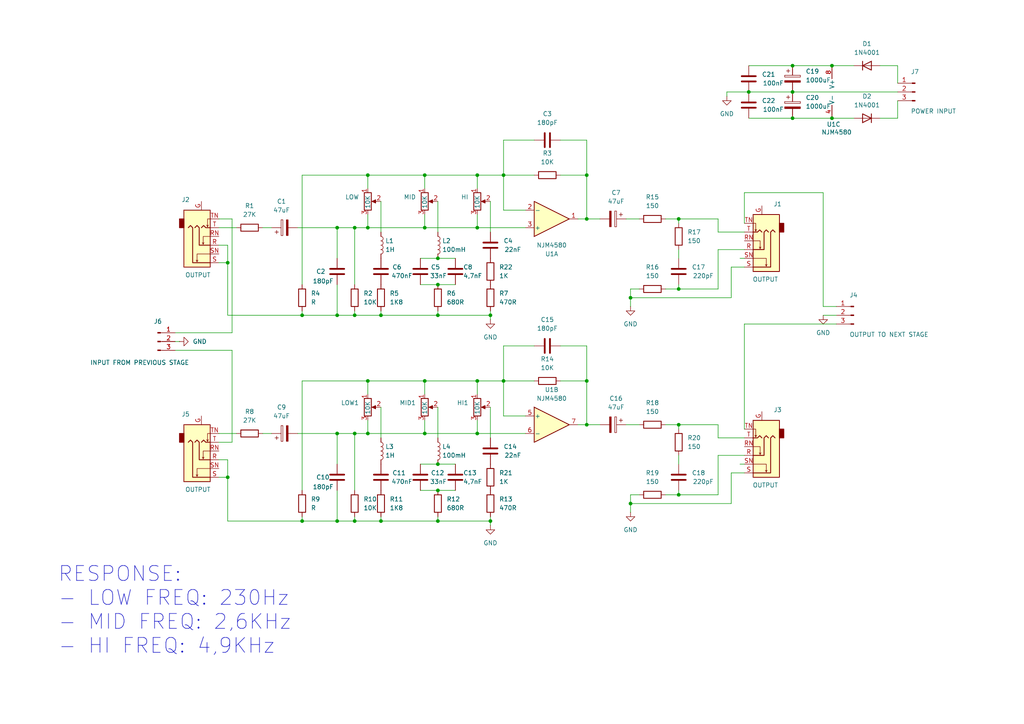
<source format=kicad_sch>
(kicad_sch (version 20231120) (generator "eeschema") (generator_version "8.0")
  (paper "A4")
  (lib_symbols
    (symbol "Amplifier_Operational:NJM4580" (pin_names (offset 0.127))
      (property "Reference" "U" (at 0 5.08 0))
      (property "Value" "NJM4580" (at 0 -5.08 0))
      (symbol "NJM4580_1_1"
        (polyline (pts (xy -5.08 5.08) (xy 5.08 0) (xy -5.08 -5.08) (xy -5.08 5.08)) (stroke (width 0.254)) (fill (type background)))
        (pin output line (at 7.62 0 180) (length 2.54) (name "~") (number "1"))
        (pin input line (at -7.62 -2.54 0) (length 2.54) (name "-") (number "2"))
        (pin input line (at -7.62 2.54 0) (length 2.54) (name "+") (number "3"))
      )
      (symbol "NJM4580_2_1"
        (polyline (pts (xy -5.08 5.08) (xy 5.08 0) (xy -5.08 -5.08) (xy -5.08 5.08)) (stroke (width 0.254)) (fill (type background)))
        (pin input line (at -7.62 2.54 0) (length 2.54) (name "+") (number "5"))
        (pin input line (at -7.62 -2.54 0) (length 2.54) (name "-") (number "6"))
        (pin output line (at 7.62 0 180) (length 2.54) (name "~") (number "7"))
      )
      (symbol "NJM4580_3_1"
        (pin power_in line (at -2.54 -7.62 90) (length 3.81) (name "V-") (number "4"))
        (pin power_in line (at -2.54 7.62 270) (length 3.81) (name "V+") (number "8"))
      )
    )
    (symbol "Connector:Conn_01x03_Pin" (pin_names (offset 1.016) hide)
      (property "Reference" "J" (at 0 5.08 0))
      (property "Value" "Conn_01x03_Pin" (at 0 -5.08 0))
      (symbol "Conn_01x03_Pin_1_1"
        (polyline (pts (xy 1.27 -2.54) (xy 0.8636 -2.54)) (stroke (width 0.1524)))
        (polyline (pts (xy 1.27 0) (xy 0.8636 0)) (stroke (width 0.1524)))
        (polyline (pts (xy 1.27 2.54) (xy 0.8636 2.54)) (stroke (width 0.1524)))
        (rectangle (start 0.8636 -2.413) (end 0 -2.667) (stroke (width 0.1524)) (fill (type outline)))
        (rectangle (start 0.8636 0.127) (end 0 -0.127) (stroke (width 0.1524)) (fill (type outline)))
        (rectangle (start 0.8636 2.667) (end 0 2.413) (stroke (width 0.1524)) (fill (type outline)))
        (pin passive line (at 5.08 2.54 180) (length 3.81) (name "Pin_1") (number "1"))
        (pin passive line (at 5.08 0 180) (length 3.81) (name "Pin_2") (number "2"))
        (pin passive line (at 5.08 -2.54 180) (length 3.81) (name "Pin_3") (number "3"))
      )
    )
    (symbol "Connector_Audio:AudioJack3_Ground_Switch"
      (property "Reference" "J" (at 0 11.43 0))
      (property "Value" "AudioJack3_Ground_Switch" (at 0 8.89 0))
      (symbol "AudioJack3_Ground_Switch_0_1"
        (rectangle (start -5.08 -5.08) (end -6.35 -7.62) (stroke (width 0.254)) (fill (type outline)))
        (rectangle (start 2.54 6.35) (end -5.08 -10.16) (stroke (width 0.254)) (fill (type background)))
      )
      (symbol "AudioJack3_Ground_Switch_1_1"
        (polyline (pts (xy -1.27 4.826) (xy -1.016 4.318)))
        (polyline (pts (xy 0.508 -0.254) (xy 0.762 -0.762)))
        (polyline (pts (xy 1.778 -5.334) (xy 2.032 -5.842)))
        (polyline (pts (xy 0 -5.08) (xy 0.635 -5.715) (xy 1.27 -5.08) (xy 2.54 -5.08)) (stroke (width 0.254)))
        (polyline (pts (xy 2.54 -7.62) (xy 1.778 -7.62) (xy 1.778 -5.334) (xy 1.524 -5.842)))
        (polyline (pts (xy 2.54 -2.54) (xy 0.508 -2.54) (xy 0.508 -0.254) (xy 0.254 -0.762)))
        (polyline (pts (xy 2.54 2.54) (xy -1.27 2.54) (xy -1.27 4.826) (xy -1.524 4.318)))
        (polyline (pts (xy -1.905 -5.08) (xy -1.27 -5.715) (xy -0.635 -5.08) (xy -0.635 0) (xy 2.54 0)) (stroke (width 0.254)))
        (polyline (pts (xy 2.54 5.08) (xy -2.54 5.08) (xy -2.54 -5.08) (xy -3.175 -5.715) (xy -3.81 -5.08)) (stroke (width 0.254)))
        (pin passive line (at 0 -12.7 90) (length 2.54) (name "~") (number "G"))
        (pin passive line (at 5.08 0 180) (length 2.54) (name "~") (number "R"))
        (pin passive line (at 5.08 -2.54 180) (length 2.54) (name "~") (number "RN"))
        (pin passive line (at 5.08 5.08 180) (length 2.54) (name "~") (number "S"))
        (pin passive line (at 5.08 2.54 180) (length 2.54) (name "~") (number "SN"))
        (pin passive line (at 5.08 -5.08 180) (length 2.54) (name "~") (number "T"))
        (pin passive line (at 5.08 -7.62 180) (length 2.54) (name "~") (number "TN"))
      )
    )
    (symbol "Device:C" (pin_numbers hide) (pin_names (offset 0.254))
      (property "Reference" "C" (at 0.635 2.54 0))
      (property "Value" "C" (at 0.635 -2.54 0))
      (symbol "C_0_1"
        (polyline (pts (xy -2.032 -0.762) (xy 2.032 -0.762)) (stroke (width 0.508)))
        (polyline (pts (xy -2.032 0.762) (xy 2.032 0.762)) (stroke (width 0.508)))
      )
      (symbol "C_1_1"
        (pin passive line (at 0 3.81 270) (length 2.794) (name "~") (number "1"))
        (pin passive line (at 0 -3.81 90) (length 2.794) (name "~") (number "2"))
      )
    )
    (symbol "Device:C_Polarized" (pin_numbers hide) (pin_names (offset 0.254))
      (property "Reference" "C" (at 0.635 2.54 0))
      (property "Value" "C_Polarized" (at 0.635 -2.54 0))
      (symbol "C_Polarized_0_1"
        (rectangle (start -2.286 0.508) (end 2.286 1.016))
        (polyline (pts (xy -1.778 2.286) (xy -0.762 2.286)))
        (polyline (pts (xy -1.27 2.794) (xy -1.27 1.778)))
        (rectangle (start 2.286 -0.508) (end -2.286 -1.016) (fill (type outline)))
      )
      (symbol "C_Polarized_1_1"
        (pin passive line (at 0 3.81 270) (length 2.794) (name "~") (number "1"))
        (pin passive line (at 0 -3.81 90) (length 2.794) (name "~") (number "2"))
      )
    )
    (symbol "Device:L" (pin_numbers hide) (pin_names (offset 1.016) hide)
      (property "Reference" "L" (at -1.27 0 90))
      (property "Value" "L" (at 1.905 0 90))
      (symbol "L_0_1"
        (arc (start 0 -2.54) (mid 0.6323 -1.905) (end 0 -1.27))
        (arc (start 0 -1.27) (mid 0.6323 -0.635) (end 0 0))
        (arc (start 0 0) (mid 0.6323 0.635) (end 0 1.27))
        (arc (start 0 1.27) (mid 0.6323 1.905) (end 0 2.54))
      )
      (symbol "L_1_1"
        (pin passive line (at 0 3.81 270) (length 1.27) (name "1") (number "1"))
        (pin passive line (at 0 -3.81 90) (length 1.27) (name "2") (number "2"))
      )
    )
    (symbol "Device:R" (pin_numbers hide) (pin_names (offset 0))
      (property "Reference" "R" (at 2.032 0 90))
      (property "Value" "R" (at 0 0 90))
      (symbol "R_0_1"
        (rectangle (start -1.016 -2.54) (end 1.016 2.54) (stroke (width 0.254)))
      )
      (symbol "R_1_1"
        (pin passive line (at 0 3.81 270) (length 1.27) (name "~") (number "1"))
        (pin passive line (at 0 -3.81 90) (length 1.27) (name "~") (number "2"))
      )
    )
    (symbol "Device:R_Potentiometer" (pin_names (offset 1.016) hide)
      (property "Reference" "RV" (at -4.445 0 90))
      (property "Value" "R_Potentiometer" (at -2.54 0 90))
      (symbol "R_Potentiometer_0_1"
        (polyline (pts (xy 2.54 0) (xy 1.524 0)))
        (polyline (pts (xy 1.143 0) (xy 2.286 0.508) (xy 2.286 -0.508) (xy 1.143 0)) (fill (type outline)))
        (rectangle (start 1.016 2.54) (end -1.016 -2.54) (stroke (width 0.254)))
      )
      (symbol "R_Potentiometer_1_1"
        (pin passive line (at 0 3.81 270) (length 1.27) (name "1") (number "1"))
        (pin passive line (at 3.81 0 180) (length 1.27) (name "2") (number "2"))
        (pin passive line (at 0 -3.81 90) (length 1.27) (name "3") (number "3"))
      )
    )
    (symbol "Diode:1N4001" (pin_numbers hide) (pin_names hide)
      (property "Reference" "D" (at 0 2.54 0))
      (property "Value" "1N4001" (at 0 -2.54 0))
      (symbol "1N4001_0_1"
        (polyline (pts (xy -1.27 1.27) (xy -1.27 -1.27)) (stroke (width 0.254)))
        (polyline (pts (xy 1.27 0) (xy -1.27 0)))
        (polyline (pts (xy 1.27 1.27) (xy 1.27 -1.27) (xy -1.27 0) (xy 1.27 1.27)) (stroke (width 0.254)))
      )
      (symbol "1N4001_1_1"
        (pin passive line (at -3.81 0 0) (length 2.54) (name "K") (number "1"))
        (pin passive line (at 3.81 0 180) (length 2.54) (name "A") (number "2"))
      )
    )
    (symbol "power:GND" (power) (pin_numbers hide) (pin_names (offset 0) hide)
      (property "Value" "GND" (at 0 -3.81 0))
      (symbol "GND_0_1"
        (polyline (pts (xy 0 0) (xy 0 -1.27) (xy 1.27 -1.27) (xy 0 -2.54) (xy -1.27 -1.27) (xy 0 -1.27)))
      )
      (symbol "GND_1_1"
        (pin power_in line (at 0 0 270) (length 0) (name "~") (number "1"))
      )
    )
  )
  (junction (at 196.85 83.82))
  (junction (at 138.43 110.49))
  (junction (at 241.3 34.29))
  (junction (at 182.88 86.36))
  (junction (at 170.18 110.49))
  (junction (at 110.49 151.13))
  (junction (at 97.79 125.73))
  (junction (at 97.79 151.13))
  (junction (at 106.68 50.8))
  (junction (at 142.24 91.44))
  (junction (at 106.68 125.73))
  (junction (at 127 74.93))
  (junction (at 87.63 151.13))
  (junction (at 127 82.55))
  (junction (at 106.68 66.04))
  (junction (at 123.19 50.8))
  (junction (at 217.17 26.67))
  (junction (at 196.85 63.5))
  (junction (at 241.3 19.05))
  (junction (at 127 151.13))
  (junction (at 66.04 138.43))
  (junction (at 229.87 26.67))
  (junction (at 97.79 66.04))
  (junction (at 170.18 63.5))
  (junction (at 229.87 34.29))
  (junction (at 138.43 66.04))
  (junction (at 106.68 110.49))
  (junction (at 123.19 110.49))
  (junction (at 182.88 146.05))
  (junction (at 97.79 91.44))
  (junction (at 127 142.24))
  (junction (at 138.43 50.8))
  (junction (at 102.87 125.73))
  (junction (at 102.87 151.13))
  (junction (at 102.87 66.04))
  (junction (at 123.19 125.73))
  (junction (at 146.05 110.49))
  (junction (at 66.04 76.2))
  (junction (at 142.24 151.13))
  (junction (at 127 134.62))
  (junction (at 138.43 125.73))
  (junction (at 170.18 50.8))
  (junction (at 196.85 123.19))
  (junction (at 102.87 91.44))
  (junction (at 170.18 123.19))
  (junction (at 110.49 91.44))
  (junction (at 127 91.44))
  (junction (at 146.05 50.8))
  (junction (at 87.63 91.44))
  (junction (at 123.19 66.04))
  (junction (at 196.85 143.51))
  (junction (at 229.87 19.05))
  (wire (pts (xy 97.79 151.13) (xy 102.87 151.13)))
  (wire (pts (xy 127 58.42) (xy 127 67.31)))
  (wire (pts (xy 110.49 118.11) (xy 110.49 127)))
  (wire (pts (xy 87.63 82.55) (xy 87.63 50.8)))
  (wire (pts (xy 170.18 63.5) (xy 170.18 50.8)))
  (wire (pts (xy 121.92 142.24) (xy 127 142.24)))
  (wire (pts (xy 127 74.93) (xy 132.08 74.93)))
  (wire (pts (xy 208.28 123.19) (xy 196.85 123.19)))
  (wire (pts (xy 170.18 40.64) (xy 170.18 50.8)))
  (wire (pts (xy 208.28 63.5) (xy 196.85 63.5)))
  (wire (pts (xy 142.24 151.13) (xy 142.24 152.4)))
  (wire (pts (xy 185.42 143.51) (xy 182.88 143.51)))
  (wire (pts (xy 142.24 90.17) (xy 142.24 91.44)))
  (wire (pts (xy 102.87 125.73) (xy 97.79 125.73)))
  (wire (pts (xy 208.28 143.51) (xy 196.85 143.51)))
  (wire (pts (xy 196.85 123.19) (xy 196.85 124.46)))
  (wire (pts (xy 162.56 40.64) (xy 170.18 40.64)))
  (wire (pts (xy 66.04 151.13) (xy 87.63 151.13)))
  (wire (pts (xy 212.09 137.16) (xy 212.09 146.05)))
  (wire (pts (xy 138.43 50.8) (xy 138.43 54.61)))
  (wire (pts (xy 167.64 63.5) (xy 170.18 63.5)))
  (wire (pts (xy 208.28 83.82) (xy 196.85 83.82)))
  (wire (pts (xy 215.9 132.08) (xy 208.28 132.08)))
  (wire (pts (xy 67.31 101.6) (xy 67.31 128.27)))
  (wire (pts (xy 170.18 100.33) (xy 170.18 110.49)))
  (wire (pts (xy 146.05 50.8) (xy 154.94 50.8)))
  (wire (pts (xy 181.61 123.19) (xy 185.42 123.19)))
  (wire (pts (xy 255.27 34.29) (xy 260.35 34.29)))
  (wire (pts (xy 215.9 93.98) (xy 215.9 124.46)))
  (wire (pts (xy 138.43 121.92) (xy 138.43 125.73)))
  (wire (pts (xy 66.04 76.2) (xy 66.04 91.44)))
  (wire (pts (xy 138.43 125.73) (xy 152.4 125.73)))
  (wire (pts (xy 146.05 100.33) (xy 146.05 110.49)))
  (wire (pts (xy 127 149.86) (xy 127 151.13)))
  (wire (pts (xy 238.76 55.88) (xy 238.76 88.9)))
  (wire (pts (xy 87.63 142.24) (xy 87.63 110.49)))
  (wire (pts (xy 215.9 67.31) (xy 208.28 67.31)))
  (wire (pts (xy 138.43 62.23) (xy 138.43 66.04)))
  (wire (pts (xy 215.9 55.88) (xy 238.76 55.88)))
  (wire (pts (xy 102.87 66.04) (xy 106.68 66.04)))
  (wire (pts (xy 215.9 137.16) (xy 212.09 137.16)))
  (wire (pts (xy 217.17 26.67) (xy 210.82 26.67)))
  (wire (pts (xy 106.68 66.04) (xy 123.19 66.04)))
  (wire (pts (xy 138.43 110.49) (xy 146.05 110.49)))
  (wire (pts (xy 215.9 127) (xy 208.28 127)))
  (wire (pts (xy 106.68 110.49) (xy 106.68 114.3)))
  (wire (pts (xy 142.24 151.13) (xy 127 151.13)))
  (wire (pts (xy 76.2 125.73) (xy 78.74 125.73)))
  (wire (pts (xy 146.05 50.8) (xy 146.05 60.96)))
  (wire (pts (xy 217.17 26.67) (xy 229.87 26.67)))
  (wire (pts (xy 97.79 142.24) (xy 97.79 151.13)))
  (wire (pts (xy 97.79 91.44) (xy 102.87 91.44)))
  (wire (pts (xy 217.17 19.05) (xy 229.87 19.05)))
  (wire (pts (xy 106.68 121.92) (xy 106.68 125.73)))
  (wire (pts (xy 170.18 123.19) (xy 173.99 123.19)))
  (wire (pts (xy 106.68 125.73) (xy 123.19 125.73)))
  (wire (pts (xy 182.88 146.05) (xy 182.88 148.59)))
  (wire (pts (xy 63.5 125.73) (xy 68.58 125.73)))
  (wire (pts (xy 87.63 151.13) (xy 87.63 149.86)))
  (wire (pts (xy 76.2 66.04) (xy 78.74 66.04)))
  (wire (pts (xy 162.56 100.33) (xy 170.18 100.33)))
  (wire (pts (xy 196.85 142.24) (xy 196.85 143.51)))
  (wire (pts (xy 102.87 125.73) (xy 106.68 125.73)))
  (wire (pts (xy 238.76 91.44) (xy 242.57 91.44)))
  (wire (pts (xy 170.18 123.19) (xy 170.18 110.49)))
  (wire (pts (xy 63.5 71.12) (xy 66.04 71.12)))
  (wire (pts (xy 260.35 29.21) (xy 260.35 34.29)))
  (wire (pts (xy 110.49 149.86) (xy 110.49 151.13)))
  (wire (pts (xy 229.87 34.29) (xy 241.3 34.29)))
  (wire (pts (xy 142.24 58.42) (xy 142.24 67.31)))
  (wire (pts (xy 127 74.93) (xy 121.92 74.93)))
  (wire (pts (xy 196.85 72.39) (xy 196.85 74.93)))
  (wire (pts (xy 212.09 77.47) (xy 212.09 86.36)))
  (wire (pts (xy 123.19 66.04) (xy 138.43 66.04)))
  (wire (pts (xy 215.9 74.93) (xy 214.63 74.93)))
  (wire (pts (xy 63.5 66.04) (xy 68.58 66.04)))
  (wire (pts (xy 215.9 72.39) (xy 208.28 72.39)))
  (wire (pts (xy 102.87 149.86) (xy 102.87 151.13)))
  (wire (pts (xy 63.5 128.27) (xy 67.31 128.27)))
  (wire (pts (xy 97.79 125.73) (xy 97.79 134.62)))
  (wire (pts (xy 247.65 19.05) (xy 241.3 19.05)))
  (wire (pts (xy 123.19 110.49) (xy 123.19 114.3)))
  (wire (pts (xy 181.61 63.5) (xy 185.42 63.5)))
  (wire (pts (xy 123.19 125.73) (xy 138.43 125.73)))
  (wire (pts (xy 208.28 132.08) (xy 208.28 143.51)))
  (wire (pts (xy 146.05 40.64) (xy 154.94 40.64)))
  (wire (pts (xy 127 82.55) (xy 132.08 82.55)))
  (wire (pts (xy 63.5 133.35) (xy 66.04 133.35)))
  (wire (pts (xy 106.68 50.8) (xy 123.19 50.8)))
  (wire (pts (xy 127 134.62) (xy 121.92 134.62)))
  (wire (pts (xy 182.88 83.82) (xy 182.88 86.36)))
  (wire (pts (xy 110.49 151.13) (xy 127 151.13)))
  (wire (pts (xy 123.19 50.8) (xy 123.19 54.61)))
  (wire (pts (xy 196.85 83.82) (xy 193.04 83.82)))
  (wire (pts (xy 67.31 96.52) (xy 67.31 63.5)))
  (wire (pts (xy 146.05 60.96) (xy 152.4 60.96)))
  (wire (pts (xy 167.64 123.19) (xy 170.18 123.19)))
  (wire (pts (xy 123.19 110.49) (xy 138.43 110.49)))
  (wire (pts (xy 196.85 143.51) (xy 193.04 143.51)))
  (wire (pts (xy 238.76 88.9) (xy 242.57 88.9)))
  (wire (pts (xy 106.68 110.49) (xy 123.19 110.49)))
  (wire (pts (xy 66.04 91.44) (xy 87.63 91.44)))
  (wire (pts (xy 67.31 96.52) (xy 50.8 96.52)))
  (wire (pts (xy 229.87 19.05) (xy 241.3 19.05)))
  (wire (pts (xy 215.9 134.62) (xy 214.63 134.62)))
  (wire (pts (xy 110.49 58.42) (xy 110.49 67.31)))
  (wire (pts (xy 208.28 72.39) (xy 208.28 83.82)))
  (wire (pts (xy 50.8 101.6) (xy 67.31 101.6)))
  (wire (pts (xy 63.5 76.2) (xy 66.04 76.2)))
  (wire (pts (xy 146.05 40.64) (xy 146.05 50.8)))
  (wire (pts (xy 87.63 110.49) (xy 106.68 110.49)))
  (wire (pts (xy 210.82 26.67) (xy 210.82 27.94)))
  (wire (pts (xy 185.42 83.82) (xy 182.88 83.82)))
  (wire (pts (xy 102.87 151.13) (xy 110.49 151.13)))
  (wire (pts (xy 182.88 86.36) (xy 182.88 88.9)))
  (wire (pts (xy 127 142.24) (xy 132.08 142.24)))
  (wire (pts (xy 170.18 63.5) (xy 173.99 63.5)))
  (wire (pts (xy 215.9 77.47) (xy 212.09 77.47)))
  (wire (pts (xy 196.85 82.55) (xy 196.85 83.82)))
  (wire (pts (xy 260.35 24.13) (xy 260.35 19.05)))
  (wire (pts (xy 142.24 91.44) (xy 127 91.44)))
  (wire (pts (xy 67.31 63.5) (xy 63.5 63.5)))
  (wire (pts (xy 127 118.11) (xy 127 127)))
  (wire (pts (xy 138.43 110.49) (xy 138.43 114.3)))
  (wire (pts (xy 127 90.17) (xy 127 91.44)))
  (wire (pts (xy 193.04 63.5) (xy 196.85 63.5)))
  (wire (pts (xy 87.63 50.8) (xy 106.68 50.8)))
  (wire (pts (xy 87.63 151.13) (xy 97.79 151.13)))
  (wire (pts (xy 215.9 64.77) (xy 215.9 55.88)))
  (wire (pts (xy 146.05 100.33) (xy 154.94 100.33)))
  (wire (pts (xy 123.19 121.92) (xy 123.19 125.73)))
  (wire (pts (xy 138.43 66.04) (xy 152.4 66.04)))
  (wire (pts (xy 66.04 138.43) (xy 66.04 151.13)))
  (wire (pts (xy 102.87 90.17) (xy 102.87 91.44)))
  (wire (pts (xy 260.35 26.67) (xy 229.87 26.67)))
  (wire (pts (xy 217.17 34.29) (xy 229.87 34.29)))
  (wire (pts (xy 123.19 50.8) (xy 138.43 50.8)))
  (wire (pts (xy 208.28 67.31) (xy 208.28 63.5)))
  (wire (pts (xy 142.24 118.11) (xy 142.24 127)))
  (wire (pts (xy 138.43 50.8) (xy 146.05 50.8)))
  (wire (pts (xy 146.05 110.49) (xy 146.05 120.65)))
  (wire (pts (xy 66.04 71.12) (xy 66.04 76.2)))
  (wire (pts (xy 97.79 66.04) (xy 102.87 66.04)))
  (wire (pts (xy 241.3 34.29) (xy 247.65 34.29)))
  (wire (pts (xy 63.5 138.43) (xy 66.04 138.43)))
  (wire (pts (xy 212.09 146.05) (xy 182.88 146.05)))
  (wire (pts (xy 146.05 110.49) (xy 154.94 110.49)))
  (wire (pts (xy 102.87 91.44) (xy 110.49 91.44)))
  (wire (pts (xy 196.85 63.5) (xy 196.85 64.77)))
  (wire (pts (xy 170.18 50.8) (xy 162.56 50.8)))
  (wire (pts (xy 106.68 62.23) (xy 106.68 66.04)))
  (wire (pts (xy 86.36 66.04) (xy 97.79 66.04)))
  (wire (pts (xy 170.18 110.49) (xy 162.56 110.49)))
  (wire (pts (xy 121.92 82.55) (xy 127 82.55)))
  (wire (pts (xy 193.04 123.19) (xy 196.85 123.19)))
  (wire (pts (xy 260.35 19.05) (xy 255.27 19.05)))
  (wire (pts (xy 87.63 91.44) (xy 87.63 90.17)))
  (wire (pts (xy 50.8 99.06) (xy 52.07 99.06)))
  (wire (pts (xy 142.24 149.86) (xy 142.24 151.13)))
  (wire (pts (xy 106.68 50.8) (xy 106.68 54.61)))
  (wire (pts (xy 87.63 91.44) (xy 97.79 91.44)))
  (wire (pts (xy 208.28 127) (xy 208.28 123.19)))
  (wire (pts (xy 110.49 91.44) (xy 127 91.44)))
  (wire (pts (xy 66.04 133.35) (xy 66.04 138.43)))
  (wire (pts (xy 102.87 125.73) (xy 102.87 142.24)))
  (wire (pts (xy 97.79 82.55) (xy 97.79 91.44)))
  (wire (pts (xy 97.79 66.04) (xy 97.79 74.93)))
  (wire (pts (xy 215.9 93.98) (xy 242.57 93.98)))
  (wire (pts (xy 146.05 120.65) (xy 152.4 120.65)))
  (wire (pts (xy 110.49 90.17) (xy 110.49 91.44)))
  (wire (pts (xy 102.87 66.04) (xy 102.87 82.55)))
  (wire (pts (xy 212.09 86.36) (xy 182.88 86.36)))
  (wire (pts (xy 86.36 125.73) (xy 97.79 125.73)))
  (wire (pts (xy 196.85 132.08) (xy 196.85 134.62)))
  (wire (pts (xy 182.88 143.51) (xy 182.88 146.05)))
  (wire (pts (xy 123.19 62.23) (xy 123.19 66.04)))
  (wire (pts (xy 127 134.62) (xy 132.08 134.62)))
  (wire (pts (xy 142.24 91.44) (xy 142.24 92.71)))
  (text "RESPONSE:\n- LOW FREQ: 230Hz\n- MID FREQ: 2,6KHz\n- HI FREQ: 4,9KHz" (at 16.764 164.084 0) (effects (font (size 4.318 4.318)) (justify left top)))
  (symbol (lib_id "Device:R") (at 72.39 125.73 90) (unit 1)
    (property "Reference" "R8" (at 72.39 119.38 90))
    (property "Value" "27K" (at 72.39 121.92 90))
    (property "Description" "Resistor" (effects (hide yes)))
  )
  (symbol (lib_id "Connector_Audio:AudioJack3_Ground_Switch") (at 58.42 71.12 0) (mirror x) (unit 1)
    (property "Reference" "J2" (at 53.848 57.912 0))
    (property "Value" "OUTPUT" (at 57.404 79.756 0))
    (property "Description" "Audio Jack, 3 Poles (Stereo / TRS), Grounded Sleeve, Switched Poles (Normalling)" (effects (hide yes)))
  )
  (symbol (lib_id "Device:R") (at 158.75 50.8 270) (unit 1)
    (property "Reference" "R3" (at 158.75 44.45 90))
    (property "Value" "10K" (at 158.75 46.99 90))
    (property "Description" "Resistor" (effects (hide yes)))
  )
  (symbol (lib_id "Device:R") (at 110.49 86.36 180) (unit 1)
    (property "Reference" "R5" (at 113.03 85.0899 0) (effects (justify right)))
    (property "Value" "1K8" (at 113.03 87.6299 0) (effects (justify right)))
    (property "Description" "Resistor" (effects (hide yes)))
  )
  (symbol (lib_id "Device:R_Potentiometer") (at 123.19 58.42 0) (unit 1)
    (property "Reference" "MID" (at 120.65 57.1499 0) (effects (justify right)))
    (property "Value" "10K" (at 123.19 56.642 90) (effects (justify right)))
    (property "Description" "Potentiometer" (effects (hide yes)))
  )
  (symbol (lib_id "Device:R") (at 127 146.05 180) (unit 1)
    (property "Reference" "R12" (at 129.54 144.7799 0) (effects (justify right)))
    (property "Value" "680R" (at 129.54 147.3199 0) (effects (justify right)))
    (property "Description" "Resistor" (effects (hide yes)))
  )
  (symbol (lib_id "Device:C_Polarized") (at 229.87 30.48 0) (unit 1)
    (property "Reference" "C20" (at 233.68 28.3209 0) (effects (justify left)))
    (property "Value" "1000uF" (at 233.68 30.8609 0) (effects (justify left)))
    (property "Description" "Polarized capacitor" (effects (hide yes)))
  )
  (symbol (lib_id "Device:R") (at 87.63 86.36 180) (unit 1)
    (property "Reference" "R4" (at 90.17 85.0899 0) (effects (justify right)))
    (property "Value" "R" (at 90.17 87.63 0) (effects (justify right)))
    (property "Description" "Resistor" (effects (hide yes)))
  )
  (symbol (lib_id "Device:R") (at 142.24 86.36 180) (unit 1)
    (property "Reference" "R7" (at 144.78 85.0899 0) (effects (justify right)))
    (property "Value" "470R" (at 144.78 87.6299 0) (effects (justify right)))
    (property "Description" "Resistor" (effects (hide yes)))
  )
  (symbol (lib_id "Device:R_Potentiometer") (at 123.19 118.11 0) (unit 1)
    (property "Reference" "MID1" (at 120.65 116.8399 0) (effects (justify right)))
    (property "Value" "10K" (at 123.19 116.332 90) (effects (justify right)))
    (property "Description" "Potentiometer" (effects (hide yes)))
  )
  (symbol (lib_id "Device:C") (at 217.17 22.86 0) (unit 1)
    (property "Reference" "C21" (at 220.98 21.5899 0) (effects (justify left)))
    (property "Value" "100nF" (at 221.234 24.13 0) (effects (justify left)))
    (property "Description" "Unpolarized capacitor" (effects (hide yes)))
  )
  (symbol (lib_id "Device:R") (at 127 86.36 180) (unit 1)
    (property "Reference" "R6" (at 129.54 85.0899 0) (effects (justify right)))
    (property "Value" "680R" (at 129.54 87.6299 0) (effects (justify right)))
    (property "Description" "Resistor" (effects (hide yes)))
  )
  (symbol (lib_id "Connector:Conn_01x03_Pin") (at 265.43 26.67 0) (mirror y) (unit 1)
    (property "Reference" "J7" (at 264.16 20.828 0) (effects (justify right)))
    (property "Value" "POWER INPUT" (at 264.16 32.258 0) (effects (justify right)))
    (property "Description" "Generic connector, single row, 01x03, script generated" (effects (hide yes)))
  )
  (symbol (lib_id "Device:R") (at 158.75 110.49 270) (unit 1)
    (property "Reference" "R14" (at 158.75 104.14 90))
    (property "Value" "10K" (at 158.75 106.68 90))
    (property "Description" "Resistor" (effects (hide yes)))
  )
  (symbol (lib_id "Diode:1N4001") (at 251.46 34.29 180) (unit 1)
    (property "Reference" "D2" (at 251.46 27.94 0))
    (property "Value" "1N4001" (at 251.46 30.48 0))
    (property "Footprint" "Diode_THT:D_DO-41_SOD81_P10.16mm_Horizontal" (effects (hide yes)))
    (property "Datasheet" "http://www.vishay.com/docs/88503/1n4001.pdf" (effects (hide yes)))
    (property "Description" "50V 1A General Purpose Rectifier Diode, DO-41" (effects (hide yes)))
    (property "Sim.Device" "D" (effects (hide yes)))
    (property "Sim.Pins" "1=K 2=A" (effects (hide yes)))
  )
  (symbol (lib_id "Device:R") (at 142.24 138.43 180) (unit 1)
    (property "Reference" "R21" (at 144.78 137.1599 0) (effects (justify right)))
    (property "Value" "1K" (at 144.78 139.6999 0) (effects (justify right)))
    (property "Description" "Resistor" (effects (hide yes)))
  )
  (symbol (lib_id "power:GND") (at 238.76 91.44 0) (unit 1)
    (property "Reference" "#PWR05" (effects (hide yes)))
    (property "Value" "GND" (at 238.76 96.52 0))
    (property "Description" "Power symbol creates a global label with name \"GND\" , ground" (effects (hide yes)))
  )
  (symbol (lib_id "Device:R") (at 142.24 146.05 180) (unit 1)
    (property "Reference" "R13" (at 144.78 144.7799 0) (effects (justify right)))
    (property "Value" "470R" (at 144.78 147.3199 0) (effects (justify right)))
    (property "Description" "Resistor" (effects (hide yes)))
  )
  (symbol (lib_id "Device:C") (at 217.17 30.48 0) (unit 1)
    (property "Reference" "C22" (at 220.98 29.2099 0) (effects (justify left)))
    (property "Value" "100nF" (at 221.234 31.75 0) (effects (justify left)))
    (property "Description" "Unpolarized capacitor" (effects (hide yes)))
  )
  (symbol (lib_id "Device:C") (at 97.79 78.74 0) (unit 1)
    (property "Reference" "C2" (at 91.694 78.74 0) (effects (justify left)))
    (property "Value" "180pF" (at 90.678 81.534 0) (effects (justify left)))
    (property "Description" "Unpolarized capacitor" (effects (hide yes)))
  )
  (symbol (lib_id "Device:C") (at 196.85 138.43 0) (unit 1)
    (property "Reference" "C18" (at 200.66 137.1599 0) (effects (justify left)))
    (property "Value" "220pF" (at 200.914 139.7 0) (effects (justify left)))
    (property "Description" "Unpolarized capacitor" (effects (hide yes)))
  )
  (symbol (lib_id "Device:C_Polarized") (at 82.55 66.04 90) (unit 1)
    (property "Reference" "C1" (at 81.661 58.42 90))
    (property "Value" "47uF" (at 81.661 60.96 90))
    (property "Description" "Polarized capacitor" (effects (hide yes)))
  )
  (symbol (lib_id "Device:C") (at 158.75 40.64 90) (unit 1)
    (property "Reference" "C3" (at 158.75 33.02 90))
    (property "Value" "180pF" (at 158.75 35.56 90))
    (property "Description" "Unpolarized capacitor" (effects (hide yes)))
  )
  (symbol (lib_id "power:GND") (at 142.24 92.71 0) (unit 1)
    (property "Reference" "#PWR03" (effects (hide yes)))
    (property "Value" "GND" (at 142.24 97.79 0))
    (property "Description" "Power symbol creates a global label with name \"GND\" , ground" (effects (hide yes)))
  )
  (symbol (lib_id "Device:C") (at 142.24 130.81 0) (unit 1)
    (property "Reference" "C14" (at 146.05 129.5399 0) (effects (justify left)))
    (property "Value" "22nF" (at 146.304 132.08 0) (effects (justify left)))
    (property "Description" "Unpolarized capacitor" (effects (hide yes)))
  )
  (symbol (lib_id "Device:R") (at 72.39 66.04 90) (unit 1)
    (property "Reference" "R1" (at 72.39 59.69 90))
    (property "Value" "27K" (at 72.39 62.23 90))
    (property "Description" "Resistor" (effects (hide yes)))
  )
  (symbol (lib_id "Device:L") (at 127 130.81 0) (unit 1)
    (property "Reference" "L4" (at 128.27 129.5399 0) (effects (justify left)))
    (property "Value" "100mH" (at 128.27 132.0799 0) (effects (justify left)))
    (property "Description" "Inductor" (effects (hide yes)))
  )
  (symbol (lib_id "power:GND") (at 52.07 99.06 90) (unit 1)
    (property "Reference" "#PWR06" (effects (hide yes)))
    (property "Value" "GND" (at 55.88 99.0599 90) (effects (justify right)))
    (property "Description" "Power symbol creates a global label with name \"GND\" , ground" (effects (hide yes)))
  )
  (symbol (lib_id "Device:R") (at 189.23 123.19 270) (unit 1)
    (property "Reference" "R18" (at 189.23 116.84 90))
    (property "Value" "150" (at 189.23 119.38 90))
    (property "Description" "Resistor" (effects (hide yes)))
  )
  (symbol (lib_id "Device:C_Polarized") (at 177.8 123.19 270) (unit 1)
    (property "Reference" "C16" (at 178.689 115.57 90))
    (property "Value" "47uF" (at 178.689 118.11 90))
    (property "Description" "Polarized capacitor" (effects (hide yes)))
  )
  (symbol (lib_id "Device:R_Potentiometer") (at 138.43 118.11 0) (unit 1)
    (property "Reference" "HI1" (at 135.89 116.8399 0) (effects (justify right)))
    (property "Value" "10K" (at 138.43 116.332 90) (effects (justify right)))
    (property "Description" "Potentiometer" (effects (hide yes)))
  )
  (symbol (lib_id "Connector_Audio:AudioJack3_Ground_Switch") (at 58.42 133.35 0) (mirror x) (unit 1)
    (property "Reference" "J5" (at 53.848 120.142 0))
    (property "Value" "OUTPUT" (at 57.404 141.986 0))
    (property "Description" "Audio Jack, 3 Poles (Stereo / TRS), Grounded Sleeve, Switched Poles (Normalling)" (effects (hide yes)))
  )
  (symbol (lib_id "Device:C") (at 110.49 138.43 0) (unit 1)
    (property "Reference" "C11" (at 113.792 137.16 0) (effects (justify left)))
    (property "Value" "470nF" (at 113.538 139.7 0) (effects (justify left)))
    (property "Description" "Unpolarized capacitor" (effects (hide yes)))
  )
  (symbol (lib_id "Amplifier_Operational:NJM4580") (at 160.02 63.5 0) (mirror x) (unit 1)
    (property "Reference" "U1" (at 160.02 73.66 0))
    (property "Value" "NJM4580" (at 160.02 71.12 0))
    (property "Datasheet" "http://www.njr.com/semicon/PDF/NJM4580_E.pdf" (effects (hide yes)))
    (property "Description" "Dual Operational Amplifier, DIP-8/DMP-8/SIP-8/MSOP-8/SOP-8/SSOP-8" (effects (hide yes)))
  )
  (symbol (lib_id "Device:R") (at 102.87 86.36 180) (unit 1)
    (property "Reference" "R2" (at 105.41 85.0899 0) (effects (justify right)))
    (property "Value" "10K" (at 105.41 87.6299 0) (effects (justify right)))
    (property "Description" "Resistor" (effects (hide yes)))
  )
  (symbol (lib_id "Device:R_Potentiometer") (at 106.68 58.42 0) (unit 1)
    (property "Reference" "LOW" (at 104.14 57.1499 0) (effects (justify right)))
    (property "Value" "10K" (at 106.68 56.642 90) (effects (justify right)))
    (property "Description" "Potentiometer" (effects (hide yes)))
  )
  (symbol (lib_id "Device:C_Polarized") (at 177.8 63.5 270) (unit 1)
    (property "Reference" "C7" (at 178.689 55.88 90))
    (property "Value" "47uF" (at 178.689 58.42 90))
    (property "Description" "Polarized capacitor" (effects (hide yes)))
  )
  (symbol (lib_id "Device:C") (at 158.75 100.33 90) (unit 1)
    (property "Reference" "C15" (at 158.75 92.71 90))
    (property "Value" "180pF" (at 158.75 95.25 90))
    (property "Description" "Unpolarized capacitor" (effects (hide yes)))
  )
  (symbol (lib_id "Device:C") (at 121.92 78.74 0) (unit 1)
    (property "Reference" "C5" (at 124.968 77.47 0) (effects (justify left)))
    (property "Value" "33nF" (at 124.714 80.01 0) (effects (justify left)))
    (property "Description" "Unpolarized capacitor" (effects (hide yes)))
  )
  (symbol (lib_id "Amplifier_Operational:NJM4580") (at 243.84 26.67 0) (unit 3)
    (property "Reference" "U1" (at 239.776 36.068 0) (effects (justify left)))
    (property "Value" "NJM4580" (at 238.252 38.354 0) (effects (justify left)))
    (property "Datasheet" "http://www.njr.com/semicon/PDF/NJM4580_E.pdf" (effects (hide yes)))
    (property "Description" "Dual Operational Amplifier, DIP-8/DMP-8/SIP-8/MSOP-8/SOP-8/SSOP-8" (effects (hide yes)))
  )
  (symbol (lib_id "power:GND") (at 210.82 27.94 0) (unit 1)
    (property "Reference" "#PWR07" (effects (hide yes)))
    (property "Value" "GND" (at 210.82 33.02 0))
    (property "Description" "Power symbol creates a global label with name \"GND\" , ground" (effects (hide yes)))
  )
  (symbol (lib_id "Amplifier_Operational:NJM4580") (at 160.02 123.19 0) (unit 2)
    (property "Reference" "U1" (at 160.02 113.03 0))
    (property "Value" "NJM4580" (at 160.02 115.57 0))
    (property "Datasheet" "http://www.njr.com/semicon/PDF/NJM4580_E.pdf" (effects (hide yes)))
    (property "Description" "Dual Operational Amplifier, DIP-8/DMP-8/SIP-8/MSOP-8/SOP-8/SSOP-8" (effects (hide yes)))
  )
  (symbol (lib_id "Device:R_Potentiometer") (at 138.43 58.42 0) (unit 1)
    (property "Reference" "HI" (at 135.89 57.1499 0) (effects (justify right)))
    (property "Value" "10K" (at 138.43 56.642 90) (effects (justify right)))
    (property "Description" "Potentiometer" (effects (hide yes)))
  )
  (symbol (lib_id "Device:L") (at 127 71.12 0) (unit 1)
    (property "Reference" "L2" (at 128.27 69.8499 0) (effects (justify left)))
    (property "Value" "100mH" (at 128.27 72.3899 0) (effects (justify left)))
    (property "Description" "Inductor" (effects (hide yes)))
  )
  (symbol (lib_id "Connector_Audio:AudioJack3_Ground_Switch") (at 220.98 72.39 180) (unit 1)
    (property "Reference" "J1" (at 225.552 59.182 0))
    (property "Value" "OUTPUT" (at 221.996 81.026 0))
    (property "Description" "Audio Jack, 3 Poles (Stereo / TRS), Grounded Sleeve, Switched Poles (Normalling)" (effects (hide yes)))
  )
  (symbol (lib_id "Connector:Conn_01x03_Pin") (at 45.72 99.06 0) (unit 1)
    (property "Reference" "J6" (at 46.99 93.218 0) (effects (justify right)))
    (property "Value" "INPUT FROM PREVIOUS STAGE" (at 54.864 105.156 0) (effects (justify right)))
    (property "Description" "Generic connector, single row, 01x03, script generated" (effects (hide yes)))
  )
  (symbol (lib_id "Connector:Conn_01x03_Pin") (at 247.65 91.44 0) (mirror y) (unit 1)
    (property "Reference" "J4" (at 246.38 85.598 0) (effects (justify right)))
    (property "Value" "OUTPUT TO NEXT STAGE" (at 246.38 97.028 0) (effects (justify right)))
    (property "Description" "Generic connector, single row, 01x03, script generated" (effects (hide yes)))
  )
  (symbol (lib_id "power:GND") (at 182.88 148.59 0) (unit 1)
    (property "Reference" "#PWR04" (effects (hide yes)))
    (property "Value" "GND" (at 182.88 153.67 0))
    (property "Description" "Power symbol creates a global label with name \"GND\" , ground" (effects (hide yes)))
  )
  (symbol (lib_id "Device:R") (at 110.49 146.05 180) (unit 1)
    (property "Reference" "R11" (at 113.03 144.7799 0) (effects (justify right)))
    (property "Value" "1K8" (at 113.03 147.3199 0) (effects (justify right)))
    (property "Description" "Resistor" (effects (hide yes)))
  )
  (symbol (lib_id "Diode:1N4001") (at 251.46 19.05 0) (unit 1)
    (property "Reference" "D1" (at 251.46 12.7 0))
    (property "Value" "1N4001" (at 251.46 15.24 0))
    (property "Footprint" "Diode_THT:D_DO-41_SOD81_P10.16mm_Horizontal" (effects (hide yes)))
    (property "Datasheet" "http://www.vishay.com/docs/88503/1n4001.pdf" (effects (hide yes)))
    (property "Description" "50V 1A General Purpose Rectifier Diode, DO-41" (effects (hide yes)))
    (property "Sim.Device" "D" (effects (hide yes)))
    (property "Sim.Pins" "1=K 2=A" (effects (hide yes)))
  )
  (symbol (lib_id "Device:C") (at 132.08 138.43 0) (unit 1)
    (property "Reference" "C13" (at 134.366 137.16 0) (effects (justify left)))
    (property "Value" "4,7nF" (at 134.366 139.7 0) (effects (justify left)))
    (property "Description" "Unpolarized capacitor" (effects (hide yes)))
  )
  (symbol (lib_id "Device:R") (at 189.23 83.82 270) (unit 1)
    (property "Reference" "R16" (at 189.23 77.47 90))
    (property "Value" "150" (at 189.23 80.01 90))
    (property "Description" "Resistor" (effects (hide yes)))
  )
  (symbol (lib_id "Device:C") (at 132.08 78.74 0) (unit 1)
    (property "Reference" "C8" (at 134.366 77.47 0) (effects (justify left)))
    (property "Value" "4,7nF" (at 134.366 80.01 0) (effects (justify left)))
    (property "Description" "Unpolarized capacitor" (effects (hide yes)))
  )
  (symbol (lib_id "Device:C") (at 121.92 138.43 0) (unit 1)
    (property "Reference" "C12" (at 124.968 137.16 0) (effects (justify left)))
    (property "Value" "33nF" (at 124.714 139.7 0) (effects (justify left)))
    (property "Description" "Unpolarized capacitor" (effects (hide yes)))
  )
  (symbol (lib_id "Device:R") (at 102.87 146.05 180) (unit 1)
    (property "Reference" "R10" (at 105.41 144.7799 0) (effects (justify right)))
    (property "Value" "10K" (at 105.41 147.3199 0) (effects (justify right)))
    (property "Description" "Resistor" (effects (hide yes)))
  )
  (symbol (lib_id "Device:C") (at 142.24 71.12 0) (unit 1)
    (property "Reference" "C4" (at 146.05 69.8499 0) (effects (justify left)))
    (property "Value" "22nF" (at 146.304 72.39 0) (effects (justify left)))
    (property "Description" "Unpolarized capacitor" (effects (hide yes)))
  )
  (symbol (lib_id "power:GND") (at 182.88 88.9 0) (unit 1)
    (property "Reference" "#PWR02" (effects (hide yes)))
    (property "Value" "GND" (at 182.88 93.98 0))
    (property "Description" "Power symbol creates a global label with name \"GND\" , ground" (effects (hide yes)))
  )
  (symbol (lib_id "Device:R") (at 142.24 78.74 180) (unit 1)
    (property "Reference" "R22" (at 144.78 77.4699 0) (effects (justify right)))
    (property "Value" "1K" (at 144.78 80.0099 0) (effects (justify right)))
    (property "Description" "Resistor" (effects (hide yes)))
  )
  (symbol (lib_id "Device:R_Potentiometer") (at 106.68 118.11 0) (unit 1)
    (property "Reference" "LOW1" (at 104.14 116.8399 0) (effects (justify right)))
    (property "Value" "10K" (at 106.68 116.332 90) (effects (justify right)))
    (property "Description" "Potentiometer" (effects (hide yes)))
  )
  (symbol (lib_id "Connector_Audio:AudioJack3_Ground_Switch") (at 220.98 132.08 180) (unit 1)
    (property "Reference" "J3" (at 225.552 118.872 0))
    (property "Value" "OUTPUT" (at 221.996 140.716 0))
    (property "Description" "Audio Jack, 3 Poles (Stereo / TRS), Grounded Sleeve, Switched Poles (Normalling)" (effects (hide yes)))
  )
  (symbol (lib_id "Device:C") (at 196.85 78.74 0) (unit 1)
    (property "Reference" "C17" (at 200.66 77.4699 0) (effects (justify left)))
    (property "Value" "220pF" (at 200.914 80.01 0) (effects (justify left)))
    (property "Description" "Unpolarized capacitor" (effects (hide yes)))
  )
  (symbol (lib_id "Device:C_Polarized") (at 82.55 125.73 90) (unit 1)
    (property "Reference" "C9" (at 81.661 118.11 90))
    (property "Value" "47uF" (at 81.661 120.65 90))
    (property "Description" "Polarized capacitor" (effects (hide yes)))
  )
  (symbol (lib_id "Device:R") (at 87.63 146.05 180) (unit 1)
    (property "Reference" "R9" (at 90.17 144.7799 0) (effects (justify right)))
    (property "Value" "R" (at 90.17 147.32 0) (effects (justify right)))
    (property "Description" "Resistor" (effects (hide yes)))
  )
  (symbol (lib_id "Device:R") (at 196.85 128.27 0) (unit 1)
    (property "Reference" "R20" (at 199.39 126.9999 0) (effects (justify left)))
    (property "Value" "150" (at 199.39 129.5399 0) (effects (justify left)))
    (property "Description" "Resistor" (effects (hide yes)))
  )
  (symbol (lib_id "power:GND") (at 142.24 152.4 0) (unit 1)
    (property "Reference" "#PWR01" (effects (hide yes)))
    (property "Value" "GND" (at 142.24 157.48 0))
    (property "Description" "Power symbol creates a global label with name \"GND\" , ground" (effects (hide yes)))
  )
  (symbol (lib_id "Device:R") (at 189.23 143.51 270) (unit 1)
    (property "Reference" "R19" (at 189.23 137.16 90))
    (property "Value" "150" (at 189.23 139.7 90))
    (property "Description" "Resistor" (effects (hide yes)))
  )
  (symbol (lib_id "Device:L") (at 110.49 130.81 0) (unit 1)
    (property "Reference" "L3" (at 111.76 129.5399 0) (effects (justify left)))
    (property "Value" "1H" (at 111.76 132.0799 0) (effects (justify left)))
    (property "Description" "Inductor" (effects (hide yes)))
  )
  (symbol (lib_id "Device:L") (at 110.49 71.12 0) (unit 1)
    (property "Reference" "L1" (at 111.76 69.8499 0) (effects (justify left)))
    (property "Value" "1H" (at 111.76 72.3899 0) (effects (justify left)))
    (property "Description" "Inductor" (effects (hide yes)))
  )
  (symbol (lib_id "Device:C") (at 110.49 78.74 0) (unit 1)
    (property "Reference" "C6" (at 113.792 77.47 0) (effects (justify left)))
    (property "Value" "470nF" (at 113.538 80.01 0) (effects (justify left)))
    (property "Description" "Unpolarized capacitor" (effects (hide yes)))
  )
  (symbol (lib_id "Device:R") (at 189.23 63.5 270) (unit 1)
    (property "Reference" "R15" (at 189.23 57.15 90))
    (property "Value" "150" (at 189.23 59.69 90))
    (property "Description" "Resistor" (effects (hide yes)))
  )
  (symbol (lib_id "Device:C_Polarized") (at 229.87 22.86 0) (unit 1)
    (property "Reference" "C19" (at 233.68 20.7009 0) (effects (justify left)))
    (property "Value" "1000uF" (at 233.68 23.2409 0) (effects (justify left)))
    (property "Description" "Polarized capacitor" (effects (hide yes)))
  )
  (symbol (lib_id "Device:R") (at 196.85 68.58 0) (unit 1)
    (property "Reference" "R17" (at 199.39 67.3099 0) (effects (justify left)))
    (property "Value" "150" (at 199.39 69.8499 0) (effects (justify left)))
    (property "Description" "Resistor" (effects (hide yes)))
  )
  (symbol (lib_id "Device:C") (at 97.79 138.43 0) (unit 1)
    (property "Reference" "C10" (at 91.694 138.43 0) (effects (justify left)))
    (property "Value" "180pF" (at 90.678 141.224 0) (effects (justify left)))
    (property "Description" "Unpolarized capacitor" (effects (hide yes)))
  )
)
</source>
